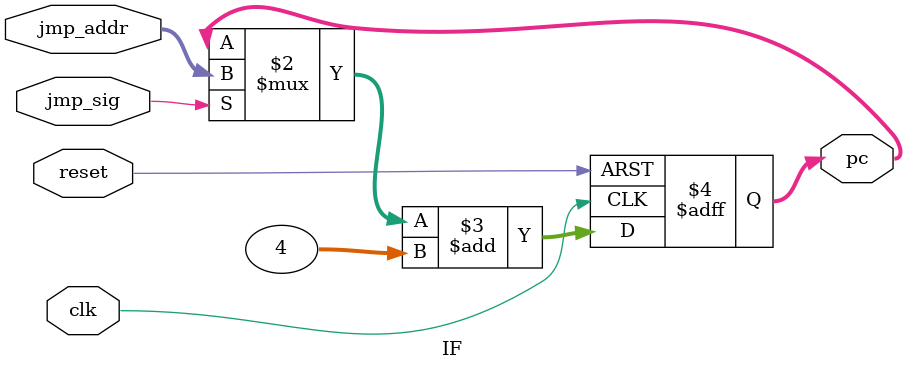
<source format=v>
module IF(reset, clk, jmp_sig, jmp_addr, pc);
   input reset;
   input clk;
   input jmp_sig;
   input [31:0]jmp_addr;
   output [31:0] pc;

   reg [31:0] 	 pc;
   always @(posedge clk or posedge reset)
     begin
	if(reset)
	  pc <= 32'b0;
	else
	  pc <= (jmp_sig ? jmp_addr : pc) + 4;
     end
endmodule

</source>
